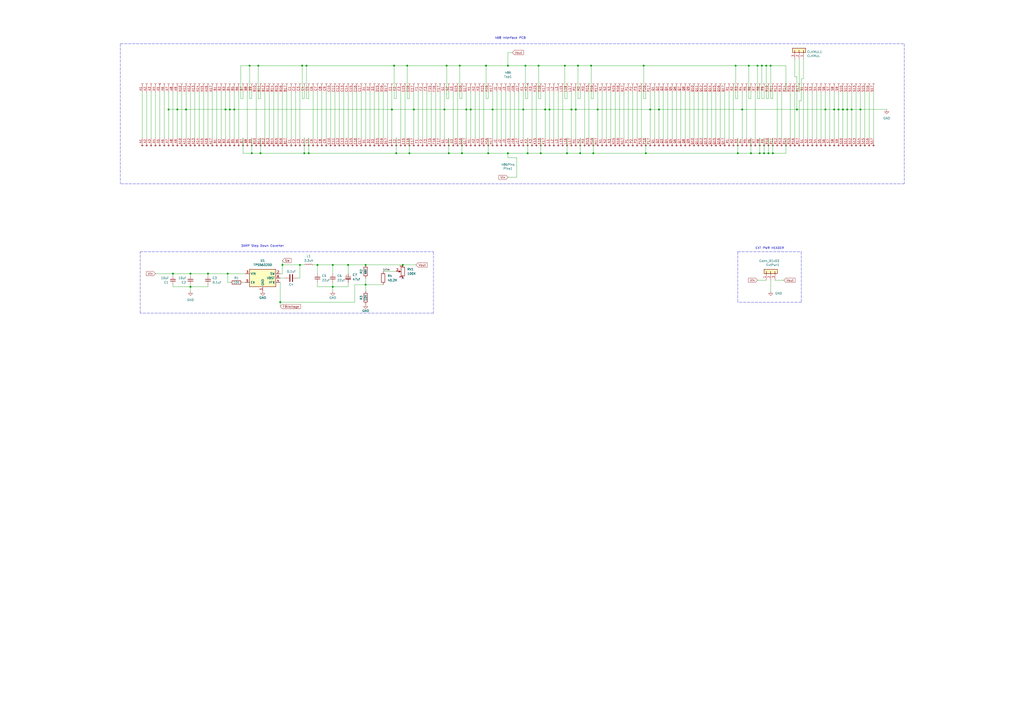
<source format=kicad_sch>
(kicad_sch (version 20211123) (generator eeschema)
  (paper "A2")
  (title_block (title "486SocketBlaster") (date "Jan 8 2023") (rev "0.3") (company "ScrapComputing"))
  (lib_symbols
    (symbol "486SocketBlaster:486Pins" (pin_names (offset 1.016) hide)
      (property "Reference" "J" (at 2.54 215.9 0))
      (property "Value" "486Pins" (at -5.08 1.27 0))
      (symbol "486Pins_1_1"
        (pin passive line (at 5.08 212.09 180) (length 3.81) (name "Pin_1") (number "A1"))
        (pin passive line (at 5.08 189.23 180) (length 3.81) (name "Pin_10") (number "A10"))
        (pin passive line (at 5.08 186.69 180) (length 3.81) (name "Pin_11") (number "A11"))
        (pin passive line (at 5.08 184.15 180) (length 3.81) (name "Pin_12") (number "A12"))
        (pin passive line (at 5.08 181.61 180) (length 3.81) (name "Pin_13") (number "A13"))
        (pin passive line (at 5.08 179.07 180) (length 3.81) (name "Pin_14") (number "A14"))
        (pin passive line (at 5.08 176.53 180) (length 3.81) (name "Pin_15") (number "A15"))
        (pin passive line (at 5.08 173.99 180) (length 3.81) (name "Pin_16") (number "A16"))
        (pin passive line (at 5.08 171.45 180) (length 3.81) (name "Pin_17") (number "A17"))
        (pin passive line (at 5.08 209.55 180) (length 3.81) (name "Pin_2") (number "A2"))
        (pin passive line (at 5.08 207.01 180) (length 3.81) (name "Pin_3") (number "A3"))
        (pin passive line (at 5.08 204.47 180) (length 3.81) (name "Pin_4") (number "A4"))
        (pin passive line (at 5.08 201.93 180) (length 3.81) (name "Pin_5") (number "A5"))
        (pin passive line (at 5.08 199.39 180) (length 3.81) (name "Pin_6") (number "A6"))
        (pin passive line (at 5.08 196.85 180) (length 3.81) (name "Pin_7") (number "A7"))
        (pin passive line (at 5.08 194.31 180) (length 3.81) (name "Pin_8") (number "A8"))
        (pin passive line (at 5.08 191.77 180) (length 3.81) (name "Pin_9") (number "A9"))
        (pin passive line (at 5.08 168.91 180) (length 3.81) (name "Pin_1") (number "B1"))
        (pin passive line (at 5.08 146.05 180) (length 3.81) (name "Pin_10") (number "B10"))
        (pin passive line (at 5.08 143.51 180) (length 3.81) (name "Pin_11") (number "B11"))
        (pin passive line (at 5.08 140.97 180) (length 3.81) (name "Pin_12") (number "B12"))
        (pin passive line (at 5.08 138.43 180) (length 3.81) (name "Pin_13") (number "B13"))
        (pin passive line (at 5.08 135.89 180) (length 3.81) (name "Pin_14") (number "B14"))
        (pin passive line (at 5.08 133.35 180) (length 3.81) (name "Pin_15") (number "B15"))
        (pin passive line (at 5.08 130.81 180) (length 3.81) (name "Pin_16") (number "B16"))
        (pin passive line (at 5.08 128.27 180) (length 3.81) (name "Pin_17") (number "B17"))
        (pin passive line (at 5.08 166.37 180) (length 3.81) (name "Pin_2") (number "B2"))
        (pin passive line (at 5.08 163.83 180) (length 3.81) (name "Pin_3") (number "B3"))
        (pin passive line (at 5.08 161.29 180) (length 3.81) (name "Pin_4") (number "B4"))
        (pin passive line (at 5.08 158.75 180) (length 3.81) (name "Pin_5") (number "B5"))
        (pin passive line (at 5.08 156.21 180) (length 3.81) (name "Pin_6") (number "B6"))
        (pin passive line (at 5.08 153.67 180) (length 3.81) (name "Pin_7") (number "B7"))
        (pin passive line (at 5.08 151.13 180) (length 3.81) (name "Pin_8") (number "B8"))
        (pin passive line (at 5.08 148.59 180) (length 3.81) (name "Pin_9") (number "B9"))
        (pin passive line (at 5.08 125.73 180) (length 3.81) (name "Pin_1") (number "C1"))
        (pin passive line (at 5.08 102.87 180) (length 3.81) (name "Pin_10") (number "C10"))
        (pin passive line (at 5.08 100.33 180) (length 3.81) (name "Pin_11") (number "C11"))
        (pin passive line (at 5.08 97.79 180) (length 3.81) (name "Pin_12") (number "C12"))
        (pin passive line (at 5.08 95.25 180) (length 3.81) (name "Pin_13") (number "C13"))
        (pin passive line (at 5.08 92.71 180) (length 3.81) (name "Pin_14") (number "C14"))
        (pin passive line (at 5.08 90.17 180) (length 3.81) (name "Pin_15") (number "C15"))
        (pin passive line (at 5.08 87.63 180) (length 3.81) (name "Pin_16") (number "C16"))
        (pin passive line (at 5.08 85.09 180) (length 3.81) (name "Pin_17") (number "C17"))
        (pin passive line (at 5.08 123.19 180) (length 3.81) (name "Pin_2") (number "C2"))
        (pin passive line (at 5.08 120.65 180) (length 3.81) (name "Pin_3") (number "C3"))
        (pin passive line (at 5.08 118.11 180) (length 3.81) (name "Pin_4") (number "C4"))
        (pin passive line (at 5.08 115.57 180) (length 3.81) (name "Pin_5") (number "C5"))
        (pin passive line (at 5.08 113.03 180) (length 3.81) (name "Pin_6") (number "C6"))
        (pin passive line (at 5.08 110.49 180) (length 3.81) (name "Pin_7") (number "C7"))
        (pin passive line (at 5.08 107.95 180) (length 3.81) (name "Pin_8") (number "C8"))
        (pin passive line (at 5.08 105.41 180) (length 3.81) (name "Pin_9") (number "C9"))
        (pin passive line (at 5.08 82.55 180) (length 3.81) (name "Pin_1") (number "D1"))
        (pin passive line (at 5.08 74.93 180) (length 3.81) (name "Pin_15") (number "D15"))
        (pin passive line (at 5.08 72.39 180) (length 3.81) (name "Pin_16") (number "D16"))
        (pin passive line (at 5.08 69.85 180) (length 3.81) (name "Pin_17") (number "D17"))
        (pin passive line (at 5.08 80.01 180) (length 3.81) (name "Pin_2") (number "D2"))
        (pin passive line (at 5.08 77.47 180) (length 3.81) (name "Pin_3") (number "D3"))
        (pin passive line (at 5.08 67.31 180) (length 3.81) (name "Pin_1") (number "E1"))
        (pin passive line (at 5.08 59.69 180) (length 3.81) (name "Pin_15") (number "E15"))
        (pin passive line (at 5.08 57.15 180) (length 3.81) (name "Pin_16") (number "E16"))
        (pin passive line (at 5.08 54.61 180) (length 3.81) (name "Pin_17") (number "E17"))
        (pin passive line (at 5.08 64.77 180) (length 3.81) (name "Pin_2") (number "E2"))
        (pin passive line (at 5.08 62.23 180) (length 3.81) (name "Pin_3") (number "E3"))
        (pin passive line (at 5.08 52.07 180) (length 3.81) (name "Pin_1") (number "F1"))
        (pin passive line (at 5.08 44.45 180) (length 3.81) (name "Pin_15") (number "F15"))
        (pin passive line (at 5.08 41.91 180) (length 3.81) (name "Pin_16") (number "F16"))
        (pin passive line (at 5.08 39.37 180) (length 3.81) (name "Pin_17") (number "F17"))
        (pin passive line (at 5.08 49.53 180) (length 3.81) (name "Pin_2") (number "F2"))
        (pin passive line (at 5.08 46.99 180) (length 3.81) (name "Pin_3") (number "F3"))
        (pin passive line (at 5.08 36.83 180) (length 3.81) (name "Pin_1") (number "G1"))
        (pin passive line (at 5.08 29.21 180) (length 3.81) (name "Pin_15") (number "G15"))
        (pin passive line (at 5.08 26.67 180) (length 3.81) (name "Pin_16") (number "G16"))
        (pin passive line (at 5.08 24.13 180) (length 3.81) (name "Pin_17") (number "G17"))
        (pin passive line (at 5.08 34.29 180) (length 3.81) (name "Pin_2") (number "G2"))
        (pin passive line (at 5.08 31.75 180) (length 3.81) (name "Pin_3") (number "G3"))
        (pin passive line (at 5.08 21.59 180) (length 3.81) (name "Pin_1") (number "H1"))
        (pin passive line (at 5.08 13.97 180) (length 3.81) (name "Pin_15") (number "H15"))
        (pin passive line (at 5.08 11.43 180) (length 3.81) (name "Pin_16") (number "H16"))
        (pin passive line (at 5.08 8.89 180) (length 3.81) (name "Pin_17") (number "H17"))
        (pin passive line (at 5.08 19.05 180) (length 3.81) (name "Pin_2") (number "H2"))
        (pin passive line (at 5.08 16.51 180) (length 3.81) (name "Pin_3") (number "H3"))
        (pin passive line (at 5.08 6.35 180) (length 3.81) (name "Pin_1") (number "J1"))
        (pin passive line (at 5.08 -1.27 180) (length 3.81) (name "Pin_15") (number "J15"))
        (pin passive line (at 5.08 -3.81 180) (length 3.81) (name "Pin_16") (number "J16"))
        (pin passive line (at 5.08 -6.35 180) (length 3.81) (name "Pin_17") (number "J17"))
        (pin passive line (at 5.08 3.81 180) (length 3.81) (name "Pin_2") (number "J2"))
        (pin passive line (at 5.08 1.27 180) (length 3.81) (name "Pin_3") (number "J3"))
        (pin passive line (at 5.08 -8.89 180) (length 3.81) (name "Pin_1") (number "K1"))
        (pin passive line (at 5.08 -16.51 180) (length 3.81) (name "Pin_15") (number "K15"))
        (pin passive line (at 5.08 -19.05 180) (length 3.81) (name "Pin_16") (number "K16"))
        (pin passive line (at 5.08 -21.59 180) (length 3.81) (name "Pin_17") (number "K17"))
        (pin passive line (at 5.08 -11.43 180) (length 3.81) (name "Pin_2") (number "K2"))
        (pin passive line (at 5.08 -13.97 180) (length 3.81) (name "Pin_3") (number "K3"))
        (pin passive line (at 5.08 -24.13 180) (length 3.81) (name "Pin_1") (number "L1"))
        (pin passive line (at 5.08 -31.75 180) (length 3.81) (name "Pin_15") (number "L15"))
        (pin passive line (at 5.08 -34.29 180) (length 3.81) (name "Pin_16") (number "L16"))
        (pin passive line (at 5.08 -36.83 180) (length 3.81) (name "Pin_17") (number "L17"))
        (pin passive line (at 5.08 -26.67 180) (length 3.81) (name "Pin_2") (number "L2"))
        (pin passive line (at 5.08 -29.21 180) (length 3.81) (name "Pin_3") (number "L3"))
        (pin passive line (at 5.08 -39.37 180) (length 3.81) (name "Pin_1") (number "M1"))
        (pin passive line (at 5.08 -46.99 180) (length 3.81) (name "Pin_15") (number "M15"))
        (pin passive line (at 5.08 -49.53 180) (length 3.81) (name "Pin_16") (number "M16"))
        (pin passive line (at 5.08 -52.07 180) (length 3.81) (name "Pin_17") (number "M17"))
        (pin passive line (at 5.08 -41.91 180) (length 3.81) (name "Pin_2") (number "M2"))
        (pin passive line (at 5.08 -44.45 180) (length 3.81) (name "Pin_3") (number "M3"))
        (pin passive line (at 5.08 -54.61 180) (length 3.81) (name "Pin_1") (number "N1"))
        (pin passive line (at 5.08 -62.23 180) (length 3.81) (name "Pin_15") (number "N15"))
        (pin passive line (at 5.08 -64.77 180) (length 3.81) (name "Pin_16") (number "N16"))
        (pin passive line (at 5.08 -67.31 180) (length 3.81) (name "Pin_17") (number "N17"))
        (pin passive line (at 5.08 -57.15 180) (length 3.81) (name "Pin_2") (number "N2"))
        (pin passive line (at 5.08 -59.69 180) (length 3.81) (name "Pin_3") (number "N3"))
        (pin passive line (at 5.08 -69.85 180) (length 3.81) (name "Pin_1") (number "P1"))
        (pin passive line (at 5.08 -77.47 180) (length 3.81) (name "Pin_15") (number "P15"))
        (pin passive line (at 5.08 -80.01 180) (length 3.81) (name "Pin_16") (number "P16"))
        (pin passive line (at 5.08 -82.55 180) (length 3.81) (name "Pin_17") (number "P17"))
        (pin passive line (at 5.08 -72.39 180) (length 3.81) (name "Pin_2") (number "P2"))
        (pin passive line (at 5.08 -74.93 180) (length 3.81) (name "Pin_3") (number "P3"))
        (pin passive line (at 5.08 -85.09 180) (length 3.81) (name "Pin_1") (number "Q1"))
        (pin passive line (at 5.08 -107.95 180) (length 3.81) (name "Pin_10") (number "Q10"))
        (pin passive line (at 5.08 -110.49 180) (length 3.81) (name "Pin_11") (number "Q11"))
        (pin passive line (at 5.08 -113.03 180) (length 3.81) (name "Pin_12") (number "Q12"))
        (pin passive line (at 5.08 -115.57 180) (length 3.81) (name "Pin_13") (number "Q13"))
        (pin passive line (at 5.08 -118.11 180) (length 3.81) (name "Pin_14") (number "Q14"))
        (pin passive line (at 5.08 -120.65 180) (length 3.81) (name "Pin_15") (number "Q15"))
        (pin passive line (at 5.08 -123.19 180) (length 3.81) (name "Pin_16") (number "Q16"))
        (pin passive line (at 5.08 -125.73 180) (length 3.81) (name "Pin_17") (number "Q17"))
        (pin passive line (at 5.08 -87.63 180) (length 3.81) (name "Pin_2") (number "Q2"))
        (pin passive line (at 5.08 -90.17 180) (length 3.81) (name "Pin_3") (number "Q3"))
        (pin passive line (at 5.08 -92.71 180) (length 3.81) (name "Pin_4") (number "Q4"))
        (pin passive line (at 5.08 -95.25 180) (length 3.81) (name "Pin_5") (number "Q5"))
        (pin passive line (at 5.08 -97.79 180) (length 3.81) (name "Pin_6") (number "Q6"))
        (pin passive line (at 5.08 -100.33 180) (length 3.81) (name "Pin_7") (number "Q7"))
        (pin passive line (at 5.08 -102.87 180) (length 3.81) (name "Pin_8") (number "Q8"))
        (pin passive line (at 5.08 -105.41 180) (length 3.81) (name "Pin_9") (number "Q9"))
        (pin passive line (at 5.08 -128.27 180) (length 3.81) (name "Pin_1") (number "R1"))
        (pin passive line (at 5.08 -151.13 180) (length 3.81) (name "Pin_10") (number "R10"))
        (pin passive line (at 5.08 -153.67 180) (length 3.81) (name "Pin_11") (number "R11"))
        (pin passive line (at 5.08 -156.21 180) (length 3.81) (name "Pin_12") (number "R12"))
        (pin passive line (at 5.08 -158.75 180) (length 3.81) (name "Pin_13") (number "R13"))
        (pin passive line (at 5.08 -161.29 180) (length 3.81) (name "Pin_14") (number "R14"))
        (pin passive line (at 5.08 -163.83 180) (length 3.81) (name "Pin_15") (number "R15"))
        (pin passive line (at 5.08 -166.37 180) (length 3.81) (name "Pin_16") (number "R16"))
        (pin passive line (at 5.08 -168.91 180) (length 3.81) (name "Pin_17") (number "R17"))
        (pin passive line (at 5.08 -130.81 180) (length 3.81) (name "Pin_2") (number "R2"))
        (pin passive line (at 5.08 -133.35 180) (length 3.81) (name "Pin_3") (number "R3"))
        (pin passive line (at 5.08 -135.89 180) (length 3.81) (name "Pin_4") (number "R4"))
        (pin passive line (at 5.08 -138.43 180) (length 3.81) (name "Pin_5") (number "R5"))
        (pin passive line (at 5.08 -140.97 180) (length 3.81) (name "Pin_6") (number "R6"))
        (pin passive line (at 5.08 -143.51 180) (length 3.81) (name "Pin_7") (number "R7"))
        (pin passive line (at 5.08 -146.05 180) (length 3.81) (name "Pin_8") (number "R8"))
        (pin passive line (at 5.08 -148.59 180) (length 3.81) (name "Pin_9") (number "R9"))
        (pin passive line (at 5.08 -171.45 180) (length 3.81) (name "Pin_1") (number "S1"))
        (pin passive line (at 5.08 -194.31 180) (length 3.81) (name "Pin_10") (number "S10"))
        (pin passive line (at 5.08 -196.85 180) (length 3.81) (name "Pin_11") (number "S11"))
        (pin passive line (at 5.08 -199.39 180) (length 3.81) (name "Pin_12") (number "S12"))
        (pin passive line (at 5.08 -201.93 180) (length 3.81) (name "Pin_13") (number "S13"))
        (pin passive line (at 5.08 -204.47 180) (length 3.81) (name "Pin_14") (number "S14"))
        (pin passive line (at 5.08 -207.01 180) (length 3.81) (name "Pin_15") (number "S15"))
        (pin passive line (at 5.08 -209.55 180) (length 3.81) (name "Pin_16") (number "S16"))
        (pin passive line (at 5.08 -212.09 180) (length 3.81) (name "Pin_17") (number "S17"))
        (pin passive line (at 5.08 -173.99 180) (length 3.81) (name "Pin_2") (number "S2"))
        (pin passive line (at 5.08 -176.53 180) (length 3.81) (name "Pin_3") (number "S3"))
        (pin passive line (at 5.08 -179.07 180) (length 3.81) (name "Pin_4") (number "S4"))
        (pin passive line (at 5.08 -181.61 180) (length 3.81) (name "Pin_5") (number "S5"))
        (pin passive line (at 5.08 -184.15 180) (length 3.81) (name "Pin_6") (number "S6"))
        (pin passive line (at 5.08 -186.69 180) (length 3.81) (name "Pin_7") (number "S7"))
        (pin passive line (at 5.08 -189.23 180) (length 3.81) (name "Pin_8") (number "S8"))
        (pin passive line (at 5.08 -191.77 180) (length 3.81) (name "Pin_9") (number "S9"))
      )
    )
    (symbol "486SocketBlaster:486Socket" (pin_names (offset 1.016) hide)
      (property "Reference" "J" (at 1.27 215.9 0))
      (property "Value" "486Socket" (at -7.62 1.27 0))
      (symbol "486Socket_1_1"
        (pin passive line (at 3.81 212.09 180) (length 3.81) (name "Pin_1") (number "A1"))
        (pin passive line (at 3.81 189.23 180) (length 3.81) (name "Pin_10") (number "A10"))
        (pin passive line (at 3.81 186.69 180) (length 3.81) (name "Pin_11") (number "A11"))
        (pin passive line (at 3.81 184.15 180) (length 3.81) (name "Pin_12") (number "A12"))
        (pin passive line (at 3.81 181.61 180) (length 3.81) (name "Pin_13") (number "A13"))
        (pin passive line (at 3.81 179.07 180) (length 3.81) (name "Pin_14") (number "A14"))
        (pin passive line (at 3.81 176.53 180) (length 3.81) (name "Pin_15") (number "A15"))
        (pin passive line (at 3.81 173.99 180) (length 3.81) (name "Pin_16") (number "A16"))
        (pin passive line (at 3.81 171.45 180) (length 3.81) (name "Pin_17") (number "A17"))
        (pin passive line (at 3.81 209.55 180) (length 3.81) (name "Pin_2") (number "A2"))
        (pin passive line (at 3.81 207.01 180) (length 3.81) (name "Pin_3") (number "A3"))
        (pin passive line (at 3.81 204.47 180) (length 3.81) (name "Pin_4") (number "A4"))
        (pin passive line (at 3.81 201.93 180) (length 3.81) (name "Pin_5") (number "A5"))
        (pin passive line (at 3.81 199.39 180) (length 3.81) (name "Pin_6") (number "A6"))
        (pin passive line (at 3.81 196.85 180) (length 3.81) (name "Pin_7") (number "A7"))
        (pin passive line (at 3.81 194.31 180) (length 3.81) (name "Pin_8") (number "A8"))
        (pin passive line (at 3.81 191.77 180) (length 3.81) (name "Pin_9") (number "A9"))
        (pin passive line (at 3.81 168.91 180) (length 3.81) (name "Pin_1") (number "B1"))
        (pin passive line (at 3.81 146.05 180) (length 3.81) (name "Pin_10") (number "B10"))
        (pin passive line (at 3.81 143.51 180) (length 3.81) (name "Pin_11") (number "B11"))
        (pin passive line (at 3.81 140.97 180) (length 3.81) (name "Pin_12") (number "B12"))
        (pin passive line (at 3.81 138.43 180) (length 3.81) (name "Pin_13") (number "B13"))
        (pin passive line (at 3.81 135.89 180) (length 3.81) (name "Pin_14") (number "B14"))
        (pin passive line (at 3.81 133.35 180) (length 3.81) (name "Pin_15") (number "B15"))
        (pin passive line (at 3.81 130.81 180) (length 3.81) (name "Pin_16") (number "B16"))
        (pin passive line (at 3.81 128.27 180) (length 3.81) (name "Pin_17") (number "B17"))
        (pin passive line (at 3.81 166.37 180) (length 3.81) (name "Pin_2") (number "B2"))
        (pin passive line (at 3.81 163.83 180) (length 3.81) (name "Pin_3") (number "B3"))
        (pin passive line (at 3.81 161.29 180) (length 3.81) (name "Pin_4") (number "B4"))
        (pin passive line (at 3.81 158.75 180) (length 3.81) (name "Pin_5") (number "B5"))
        (pin passive line (at 3.81 156.21 180) (length 3.81) (name "Pin_6") (number "B6"))
        (pin passive line (at 3.81 153.67 180) (length 3.81) (name "Pin_7") (number "B7"))
        (pin passive line (at 3.81 151.13 180) (length 3.81) (name "Pin_8") (number "B8"))
        (pin passive line (at 3.81 148.59 180) (length 3.81) (name "Pin_9") (number "B9"))
        (pin passive line (at 3.81 125.73 180) (length 3.81) (name "Pin_1") (number "C1"))
        (pin passive line (at 3.81 102.87 180) (length 3.81) (name "Pin_10") (number "C10"))
        (pin passive line (at 3.81 100.33 180) (length 3.81) (name "Pin_11") (number "C11"))
        (pin passive line (at 3.81 97.79 180) (length 3.81) (name "Pin_12") (number "C12"))
        (pin passive line (at 3.81 95.25 180) (length 3.81) (name "Pin_13") (number "C13"))
        (pin passive line (at 3.81 92.71 180) (length 3.81) (name "Pin_14") (number "C14"))
        (pin passive line (at 3.81 90.17 180) (length 3.81) (name "Pin_15") (number "C15"))
        (pin passive line (at 3.81 87.63 180) (length 3.81) (name "Pin_16") (number "C16"))
        (pin passive line (at 3.81 85.09 180) (length 3.81) (name "Pin_17") (number "C17"))
        (pin passive line (at 3.81 123.19 180) (length 3.81) (name "Pin_2") (number "C2"))
        (pin passive line (at 3.81 120.65 180) (length 3.81) (name "Pin_3") (number "C3"))
        (pin passive line (at 3.81 118.11 180) (length 3.81) (name "Pin_4") (number "C4"))
        (pin passive line (at 3.81 115.57 180) (length 3.81) (name "Pin_5") (number "C5"))
        (pin passive line (at 3.81 113.03 180) (length 3.81) (name "Pin_6") (number "C6"))
        (pin passive line (at 3.81 110.49 180) (length 3.81) (name "Pin_7") (number "C7"))
        (pin passive line (at 3.81 107.95 180) (length 3.81) (name "Pin_8") (number "C8"))
        (pin passive line (at 3.81 105.41 180) (length 3.81) (name "Pin_9") (number "C9"))
        (pin passive line (at 3.81 82.55 180) (length 3.81) (name "Pin_1") (number "D1"))
        (pin passive line (at 3.81 74.93 180) (length 3.81) (name "Pin_15") (number "D15"))
        (pin passive line (at 3.81 72.39 180) (length 3.81) (name "Pin_16") (number "D16"))
        (pin passive line (at 3.81 69.85 180) (length 3.81) (name "Pin_17") (number "D17"))
        (pin passive line (at 3.81 80.01 180) (length 3.81) (name "Pin_2") (number "D2"))
        (pin passive line (at 3.81 77.47 180) (length 3.81) (name "Pin_3") (number "D3"))
        (pin passive line (at 3.81 67.31 180) (length 3.81) (name "Pin_1") (number "E1"))
        (pin passive line (at 3.81 59.69 180) (length 3.81) (name "Pin_15") (number "E15"))
        (pin passive line (at 3.81 57.15 180) (length 3.81) (name "Pin_16") (number "E16"))
        (pin passive line (at 3.81 54.61 180) (length 3.81) (name "Pin_17") (number "E17"))
        (pin passive line (at 3.81 64.77 180) (length 3.81) (name "Pin_2") (number "E2"))
        (pin passive line (at 3.81 62.23 180) (length 3.81) (name "Pin_3") (number "E3"))
        (pin passive line (at 3.81 52.07 180) (length 3.81) (name "Pin_1") (number "F1"))
        (pin passive line (at 3.81 44.45 180) (length 3.81) (name "Pin_15") (number "F15"))
        (pin passive line (at 3.81 41.91 180) (length 3.81) (name "Pin_16") (number "F16"))
        (pin passive line (at 3.81 39.37 180) (length 3.81) (name "Pin_17") (number "F17"))
        (pin passive line (at 3.81 49.53 180) (length 3.81) (name "Pin_2") (number "F2"))
        (pin passive line (at 3.81 46.99 180) (length 3.81) (name "Pin_3") (number "F3"))
        (pin passive line (at 3.81 36.83 180) (length 3.81) (name "Pin_1") (number "G1"))
        (pin passive line (at 3.81 29.21 180) (length 3.81) (name "Pin_15") (number "G15"))
        (pin passive line (at 3.81 26.67 180) (length 3.81) (name "Pin_16") (number "G16"))
        (pin passive line (at 3.81 24.13 180) (length 3.81) (name "Pin_17") (number "G17"))
        (pin passive line (at 3.81 34.29 180) (length 3.81) (name "Pin_2") (number "G2"))
        (pin passive line (at 3.81 31.75 180) (length 3.81) (name "Pin_3") (number "G3"))
        (pin passive line (at 3.81 21.59 180) (length 3.81) (name "Pin_1") (number "H1"))
        (pin passive line (at 3.81 13.97 180) (length 3.81) (name "Pin_15") (number "H15"))
        (pin passive line (at 3.81 11.43 180) (length 3.81) (name "Pin_16") (number "H16"))
        (pin passive line (at 3.81 8.89 180) (length 3.81) (name "Pin_17") (number "H17"))
        (pin passive line (at 3.81 19.05 180) (length 3.81) (name "Pin_2") (number "H2"))
        (pin passive line (at 3.81 16.51 180) (length 3.81) (name "Pin_3") (number "H3"))
        (pin passive line (at 3.81 6.35 180) (length 3.81) (name "Pin_1") (number "J1"))
        (pin passive line (at 3.81 -1.27 180) (length 3.81) (name "Pin_15") (number "J15"))
        (pin passive line (at 3.81 -3.81 180) (length 3.81) (name "Pin_16") (number "J16"))
        (pin passive line (at 3.81 -6.35 180) (length 3.81) (name "Pin_17") (number "J17"))
        (pin passive line (at 3.81 3.81 180) (length 3.81) (name "Pin_2") (number "J2"))
        (pin passive line (at 3.81 1.27 180) (length 3.81) (name "Pin_3") (number "J3"))
        (pin passive line (at 3.81 -8.89 180) (length 3.81) (name "Pin_1") (number "K1"))
        (pin passive line (at 3.81 -16.51 180) (length 3.81) (name "Pin_15") (number "K15"))
        (pin passive line (at 3.81 -19.05 180) (length 3.81) (name "Pin_16") (number "K16"))
        (pin passive line (at 3.81 -21.59 180) (length 3.81) (name "Pin_17") (number "K17"))
        (pin passive line (at 3.81 -11.43 180) (length 3.81) (name "Pin_2") (number "K2"))
        (pin passive line (at 3.81 -13.97 180) (length 3.81) (name "Pin_3") (number "K3"))
        (pin passive line (at 3.81 -24.13 180) (length 3.81) (name "Pin_1") (number "L1"))
        (pin passive line (at 3.81 -31.75 180) (length 3.81) (name "Pin_15") (number "L15"))
        (pin passive line (at 3.81 -34.29 180) (length 3.81) (name "Pin_16") (number "L16"))
        (pin passive line (at 3.81 -36.83 180) (length 3.81) (name "Pin_17") (number "L17"))
        (pin passive line (at 3.81 -26.67 180) (length 3.81) (name "Pin_2") (number "L2"))
        (pin passive line (at 3.81 -29.21 180) (length 3.81) (name "Pin_3") (number "L3"))
        (pin passive line (at 3.81 -39.37 180) (length 3.81) (name "Pin_1") (number "M1"))
        (pin passive line (at 3.81 -46.99 180) (length 3.81) (name "Pin_15") (number "M15"))
        (pin passive line (at 3.81 -49.53 180) (length 3.81) (name "Pin_16") (number "M16"))
        (pin passive line (at 3.81 -52.07 180) (length 3.81) (name "Pin_17") (number "M17"))
        (pin passive line (at 3.81 -41.91 180) (length 3.81) (name "Pin_2") (number "M2"))
        (pin passive line (at 3.81 -44.45 180) (length 3.81) (name "Pin_3") (number "M3"))
        (pin passive line (at 3.81 -54.61 180) (length 3.81) (name "Pin_1") (number "N1"))
        (pin passive line (at 3.81 -62.23 180) (length 3.81) (name "Pin_15") (number "N15"))
        (pin passive line (at 3.81 -64.77 180) (length 3.81) (name "Pin_16") (number "N16"))
        (pin passive line (at 3.81 -67.31 180) (length 3.81) (name "Pin_17") (number "N17"))
        (pin passive line (at 3.81 -57.15 180) (length 3.81) (name "Pin_2") (number "N2"))
        (pin passive line (at 3.81 -59.69 180) (length 3.81) (name "Pin_3") (number "N3"))
        (pin passive line (at 3.81 -69.85 180) (length 3.81) (name "Pin_1") (number "P1"))
        (pin passive line (at 3.81 -77.47 180) (length 3.81) (name "Pin_15") (number "P15"))
        (pin passive line (at 3.81 -80.01 180) (length 3.81) (name "Pin_16") (number "P16"))
        (pin passive line (at 3.81 -82.55 180) (length 3.81) (name "Pin_17") (number "P17"))
        (pin passive line (at 3.81 -72.39 180) (length 3.81) (name "Pin_2") (number "P2"))
        (pin passive line (at 3.81 -74.93 180) (length 3.81) (name "Pin_3") (number "P3"))
        (pin passive line (at 3.81 -85.09 180) (length 3.81) (name "Pin_1") (number "Q1"))
        (pin passive line (at 3.81 -107.95 180) (length 3.81) (name "Pin_10") (number "Q10"))
        (pin passive line (at 3.81 -110.49 180) (length 3.81) (name "Pin_11") (number "Q11"))
        (pin passive line (at 3.81 -113.03 180) (length 3.81) (name "Pin_12") (number "Q12"))
        (pin passive line (at 3.81 -115.57 180) (length 3.81) (name "Pin_13") (number "Q13"))
        (pin passive line (at 3.81 -118.11 180) (length 3.81) (name "Pin_14") (number "Q14"))
        (pin passive line (at 3.81 -120.65 180) (length 3.81) (name "Pin_15") (number "Q15"))
        (pin passive line (at 3.81 -123.19 180) (length 3.81) (name "Pin_16") (number "Q16"))
        (pin passive line (at 3.81 -125.73 180) (length 3.81) (name "Pin_17") (number "Q17"))
        (pin passive line (at 3.81 -87.63 180) (length 3.81) (name "Pin_2") (number "Q2"))
        (pin passive line (at 3.81 -90.17 180) (length 3.81) (name "Pin_3") (number "Q3"))
        (pin passive line (at 3.81 -92.71 180) (length 3.81) (name "Pin_4") (number "Q4"))
        (pin passive line (at 3.81 -95.25 180) (length 3.81) (name "Pin_5") (number "Q5"))
        (pin passive line (at 3.81 -97.79 180) (length 3.81) (name "Pin_6") (number "Q6"))
        (pin passive line (at 3.81 -100.33 180) (length 3.81) (name "Pin_7") (number "Q7"))
        (pin passive line (at 3.81 -102.87 180) (length 3.81) (name "Pin_8") (number "Q8"))
        (pin passive line (at 3.81 -105.41 180) (length 3.81) (name "Pin_9") (number "Q9"))
        (pin passive line (at 3.81 -128.27 180) (length 3.81) (name "Pin_1") (number "R1"))
        (pin passive line (at 3.81 -151.13 180) (length 3.81) (name "Pin_10") (number "R10"))
        (pin passive line (at 3.81 -153.67 180) (length 3.81) (name "Pin_11") (number "R11"))
        (pin passive line (at 3.81 -156.21 180) (length 3.81) (name "Pin_12") (number "R12"))
        (pin passive line (at 3.81 -158.75 180) (length 3.81) (name "Pin_13") (number "R13"))
        (pin passive line (at 3.81 -161.29 180) (length 3.81) (name "Pin_14") (number "R14"))
        (pin passive line (at 3.81 -163.83 180) (length 3.81) (name "Pin_15") (number "R15"))
        (pin passive line (at 3.81 -166.37 180) (length 3.81) (name "Pin_16") (number "R16"))
        (pin passive line (at 3.81 -168.91 180) (length 3.81) (name "Pin_17") (number "R17"))
        (pin passive line (at 3.81 -130.81 180) (length 3.81) (name "Pin_2") (number "R2"))
        (pin passive line (at 3.81 -133.35 180) (length 3.81) (name "Pin_3") (number "R3"))
        (pin passive line (at 3.81 -135.89 180) (length 3.81) (name "Pin_4") (number "R4"))
        (pin passive line (at 3.81 -138.43 180) (length 3.81) (name "Pin_5") (number "R5"))
        (pin passive line (at 3.81 -140.97 180) (length 3.81) (name "Pin_6") (number "R6"))
        (pin passive line (at 3.81 -143.51 180) (length 3.81) (name "Pin_7") (number "R7"))
        (pin passive line (at 3.81 -146.05 180) (length 3.81) (name "Pin_8") (number "R8"))
        (pin passive line (at 3.81 -148.59 180) (length 3.81) (name "Pin_9") (number "R9"))
        (pin passive line (at 3.81 -171.45 180) (length 3.81) (name "Pin_1") (number "S1"))
        (pin passive line (at 3.81 -194.31 180) (length 3.81) (name "Pin_10") (number "S10"))
        (pin passive line (at 3.81 -196.85 180) (length 3.81) (name "Pin_11") (number "S11"))
        (pin passive line (at 3.81 -199.39 180) (length 3.81) (name "Pin_12") (number "S12"))
        (pin passive line (at 3.81 -201.93 180) (length 3.81) (name "Pin_13") (number "S13"))
        (pin passive line (at 3.81 -204.47 180) (length 3.81) (name "Pin_14") (number "S14"))
        (pin passive line (at 3.81 -207.01 180) (length 3.81) (name "Pin_15") (number "S15"))
        (pin passive line (at 3.81 -209.55 180) (length 3.81) (name "Pin_16") (number "S16"))
        (pin passive line (at 3.81 -212.09 180) (length 3.81) (name "Pin_17") (number "S17"))
        (pin passive line (at 3.81 -173.99 180) (length 3.81) (name "Pin_2") (number "S2"))
        (pin passive line (at 3.81 -176.53 180) (length 3.81) (name "Pin_3") (number "S3"))
        (pin passive line (at 3.81 -179.07 180) (length 3.81) (name "Pin_4") (number "S4"))
        (pin passive line (at 3.81 -181.61 180) (length 3.81) (name "Pin_5") (number "S5"))
        (pin passive line (at 3.81 -184.15 180) (length 3.81) (name "Pin_6") (number "S6"))
        (pin passive line (at 3.81 -186.69 180) (length 3.81) (name "Pin_7") (number "S7"))
        (pin passive line (at 3.81 -189.23 180) (length 3.81) (name "Pin_8") (number "S8"))
        (pin passive line (at 3.81 -191.77 180) (length 3.81) (name "Pin_9") (number "S9"))
      )
    )
    (symbol "Connector_Generic:Conn_01x03" (pin_names (offset 1.016) hide)
      (property "Reference" "J" (at 0 5.08 0))
      (property "Value" "Conn_01x03" (at 0 -5.08 0))
      (symbol "Conn_01x03_1_1"
        (pin passive line (at -5.08 2.54 0) (length 3.81) (name "Pin_1") (number "1"))
        (pin passive line (at -5.08 0 0) (length 3.81) (name "Pin_2") (number "2"))
        (pin passive line (at -5.08 -2.54 0) (length 3.81) (name "Pin_3") (number "3"))
      )
    )
    (symbol "Device:C" (pin_numbers hide) (pin_names (offset 0.254))
      (property "Reference" "C" (at 0.635 2.54 0))
      (property "Value" "C" (at 0.635 -2.54 0))
      (symbol "C_1_1"
        (pin passive line (at 0 3.81 270) (length 2.794) (name "~") (number "1"))
        (pin passive line (at 0 -3.81 90) (length 2.794) (name "~") (number "2"))
      )
    )
    (symbol "Device:C_Polarized_Small" (pin_numbers hide) (pin_names (offset 0.254) hide)
      (property "Reference" "C" (at 0.254 1.778 0))
      (property "Value" "C_Polarized_Small" (at 0.254 -2.032 0))
      (symbol "C_Polarized_Small_1_1"
        (pin passive line (at 0 2.54 270) (length 1.8542) (name "~") (number "1"))
        (pin passive line (at 0 -2.54 90) (length 1.8542) (name "~") (number "2"))
      )
    )
    (symbol "Device:C_Small" (pin_numbers hide) (pin_names (offset 0.254) hide)
      (property "Reference" "C" (at 0.254 1.778 0))
      (property "Value" "C_Small" (at 0.254 -2.032 0))
      (symbol "C_Small_1_1"
        (pin passive line (at 0 2.54 270) (length 2.032) (name "~") (number "1"))
        (pin passive line (at 0 -2.54 90) (length 2.032) (name "~") (number "2"))
      )
    )
    (symbol "Device:L_Small" (pin_numbers hide) (pin_names (offset 0.254) hide)
      (property "Reference" "L" (at 0.762 1.016 0))
      (property "Value" "L_Small" (at 0.762 -1.016 0))
      (symbol "L_Small_1_1"
        (pin passive line (at 0 2.54 270) (length 0.508) (name "~") (number "1"))
        (pin passive line (at 0 -2.54 90) (length 0.508) (name "~") (number "2"))
      )
    )
    (symbol "Device:R" (pin_numbers hide) (pin_names (offset 0))
      (property "Reference" "R" (at 2.032 0 90))
      (property "Value" "R" (at 0 0 90))
      (symbol "R_1_1"
        (pin passive line (at 0 3.81 270) (length 1.27) (name "~") (number "1"))
        (pin passive line (at 0 -3.81 90) (length 1.27) (name "~") (number "2"))
      )
    )
    (symbol "Device:R_Potentiometer" (pin_names (offset 1.016) hide)
      (property "Reference" "RV" (at -4.445 0 90))
      (property "Value" "R_Potentiometer" (at -2.54 0 90))
      (symbol "R_Potentiometer_1_1"
        (pin passive line (at 0 3.81 270) (length 1.27) (name "1") (number "1"))
        (pin passive line (at 3.81 0 180) (length 1.27) (name "2") (number "2"))
        (pin passive line (at 0 -3.81 90) (length 1.27) (name "3") (number "3"))
      )
    )
    (symbol "Regulator_Switching:TPS563200"
      (property "Reference" "U" (at -7.62 6.35 0))
      (property "Value" "TPS563200" (at -2.54 6.35 0))
      (symbol "TPS563200_1_1"
        (pin power_in line (at 0 -7.62 90) (length 2.54) (name "GND") (number "1"))
        (pin output line (at 10.16 2.54 180) (length 2.54) (name "SW") (number "2"))
        (pin power_in line (at -10.16 2.54 0) (length 2.54) (name "VIN") (number "3"))
        (pin input line (at 10.16 -2.54 180) (length 2.54) (name "VFB") (number "4"))
        (pin input line (at -10.16 -2.54 0) (length 2.54) (name "EN") (number "5"))
        (pin passive line (at 10.16 0 180) (length 2.54) (name "VBST") (number "6"))
      )
    )
    (symbol "power:GND" (power) (pin_names (offset 0))
      (property "Value" "GND" (at 0 -3.81 0))
      (symbol "GND_1_1"
        (pin power_in line (at 0 0 270) (length 0) hide (name "GND") (number "1"))
      )
    )
  )
  (junction (at 135.89 63.5))
  (junction (at 427.99 88.9))
  (junction (at 444.5 38.1))
  (junction (at 266.7 38.1))
  (junction (at 130.81 63.5))
  (junction (at 488.95 63.5))
  (junction (at 285.75 63.5))
  (junction (at 312.42 38.1))
  (junction (at 344.17 88.9))
  (junction (at 443.23 88.9))
  (junction (at 328.93 88.9))
  (junction (at 313.69 88.9))
  (junction (at 306.07 88.9))
  (junction (at 331.47 63.5))
  (junction (at 377.19 63.5))
  (junction (at 486.41 63.5))
  (junction (at 227.33 63.5))
  (junction (at 151.13 88.9))
  (junction (at 318.77 63.5))
  (junction (at 162.56 175.26))
  (junction (at 483.87 63.5))
  (junction (at 267.97 88.9))
  (junction (at 283.21 88.9))
  (junction (at 110.49 158.75))
  (junction (at 294.64 88.9))
  (junction (at 435.61 88.9))
  (junction (at 237.49 88.9))
  (junction (at 228.6 38.1))
  (junction (at 212.09 153.67))
  (junction (at 491.49 63.5))
  (junction (at 184.15 153.67))
  (junction (at 447.04 38.1))
  (junction (at 439.42 38.1))
  (junction (at 445.77 88.9))
  (junction (at 430.53 63.5))
  (junction (at 176.53 88.9))
  (junction (at 149.86 38.1))
  (junction (at 173.99 153.67))
  (junction (at 110.49 166.37))
  (junction (at 434.34 38.1))
  (junction (at 335.28 38.1))
  (junction (at 441.96 38.1))
  (junction (at 334.01 63.5))
  (junction (at 177.8 38.1))
  (junction (at 236.22 38.1))
  (junction (at 163.83 153.67))
  (junction (at 120.65 158.75))
  (junction (at 257.81 63.5))
  (junction (at 440.69 88.9))
  (junction (at 426.72 38.1))
  (junction (at 133.35 63.5))
  (junction (at 102.87 63.5))
  (junction (at 212.09 165.1))
  (junction (at 374.65 88.9))
  (junction (at 273.05 63.5))
  (junction (at 462.28 63.5))
  (junction (at 327.66 38.1))
  (junction (at 303.53 63.5))
  (junction (at 499.11 63.5))
  (junction (at 270.51 63.5))
  (junction (at 304.8 38.1))
  (junction (at 260.35 88.9))
  (junction (at 175.26 38.1))
  (junction (at 144.78 38.1))
  (junction (at 342.9 38.1))
  (junction (at 336.55 88.9))
  (junction (at 233.68 153.67))
  (junction (at 448.31 88.9))
  (junction (at 382.27 63.5))
  (junction (at 179.07 88.9))
  (junction (at 107.95 63.5))
  (junction (at 193.04 166.37))
  (junction (at 132.08 158.75))
  (junction (at 373.38 38.1))
  (junction (at 240.03 63.5))
  (junction (at 494.03 63.5))
  (junction (at 193.04 153.67))
  (junction (at 316.23 63.5))
  (junction (at 346.71 63.5))
  (junction (at 229.87 88.9))
  (junction (at 100.33 158.75))
  (junction (at 259.08 38.1))
  (junction (at 294.64 38.1))
  (junction (at 146.05 88.9))
  (junction (at 201.93 153.67))
  (junction (at 478.79 63.5))
  (junction (at 97.79 63.5))
  (junction (at 281.94 38.1))
  (no_connect (at 233.68 161.29))
  (wire (pts (xy 430.53 63.5) (xy 430.53 53.34)))
  (wire (pts (xy 483.87 63.5) (xy 486.41 63.5)))
  (wire (pts (xy 316.23 63.5) (xy 316.23 80.01)))
  (wire (pts (xy 184.15 153.67) (xy 184.15 158.75)))
  (wire (pts (xy 434.34 57.15) (xy 435.61 57.15)))
  (wire (pts (xy 382.27 63.5) (xy 382.27 53.34)))
  (wire (pts (xy 102.87 80.01) (xy 102.87 63.5)))
  (wire (pts (xy 351.79 53.34) (xy 351.79 80.01)))
  (wire (pts (xy 151.13 80.01) (xy 151.13 88.9)))
  (wire (pts (xy 367.03 53.34) (xy 367.03 80.01)))
  (wire (pts (xy 110.49 53.34) (xy 110.49 80.01)))
  (wire (pts (xy 260.35 88.9) (xy 267.97 88.9)))
  (wire (pts (xy 443.23 80.01) (xy 443.23 88.9)))
  (wire (pts (xy 427.99 57.15) (xy 427.99 53.34)))
  (wire (pts (xy 486.41 80.01) (xy 486.41 63.5)))
  (wire (pts (xy 488.95 63.5) (xy 488.95 80.01)))
  (wire (pts (xy 135.89 63.5) (xy 227.33 63.5)))
  (polyline (pts (xy 69.85 25.4) (xy 524.51 25.4)))
  (wire (pts (xy 139.7 57.15) (xy 140.97 57.15)))
  (wire (pts (xy 173.99 53.34) (xy 173.99 80.01)))
  (wire (pts (xy 130.81 63.5) (xy 133.35 63.5)))
  (wire (pts (xy 125.73 80.01) (xy 125.73 53.34)))
  (wire (pts (xy 373.38 38.1) (xy 426.72 38.1)))
  (wire (pts (xy 242.57 53.34) (xy 242.57 80.01)))
  (wire (pts (xy 90.17 80.01) (xy 90.17 53.34)))
  (wire (pts (xy 334.01 63.5) (xy 334.01 53.34)))
  (wire (pts (xy 466.09 34.29) (xy 466.09 45.72)))
  (wire (pts (xy 462.28 63.5) (xy 478.79 63.5)))
  (wire (pts (xy 281.94 57.15) (xy 283.21 57.15)))
  (wire (pts (xy 412.75 53.34) (xy 412.75 80.01)))
  (wire (pts (xy 177.8 57.15) (xy 177.8 38.1)))
  (wire (pts (xy 199.39 53.34) (xy 199.39 80.01)))
  (wire (pts (xy 162.56 175.26) (xy 162.56 177.8)))
  (wire (pts (xy 499.11 63.5) (xy 514.35 63.5)))
  (wire (pts (xy 304.8 38.1) (xy 312.42 38.1)))
  (wire (pts (xy 334.01 63.5) (xy 346.71 63.5)))
  (wire (pts (xy 234.95 53.34) (xy 234.95 80.01)))
  (wire (pts (xy 321.31 53.34) (xy 321.31 80.01)))
  (wire (pts (xy 186.69 80.01) (xy 186.69 53.34)))
  (wire (pts (xy 161.29 80.01) (xy 161.29 53.34)))
  (wire (pts (xy 110.49 166.37) (xy 120.65 166.37)))
  (wire (pts (xy 344.17 80.01) (xy 344.17 88.9)))
  (wire (pts (xy 394.97 80.01) (xy 394.97 53.34)))
  (wire (pts (xy 336.55 88.9) (xy 344.17 88.9)))
  (wire (pts (xy 113.03 80.01) (xy 113.03 53.34)))
  (wire (pts (xy 306.07 80.01) (xy 306.07 88.9)))
  (wire (pts (xy 189.23 53.34) (xy 189.23 80.01)))
  (wire (pts (xy 400.05 80.01) (xy 400.05 53.34)))
  (wire (pts (xy 135.89 63.5) (xy 135.89 80.01)))
  (wire (pts (xy 427.99 88.9) (xy 435.61 88.9)))
  (wire (pts (xy 212.09 168.91) (xy 212.09 165.1)))
  (wire (pts (xy 270.51 63.5) (xy 270.51 53.34)))
  (wire (pts (xy 504.19 80.01) (xy 504.19 53.34)))
  (wire (pts (xy 374.65 57.15) (xy 374.65 53.34)))
  (wire (pts (xy 397.51 53.34) (xy 397.51 80.01)))
  (wire (pts (xy 110.49 158.75) (xy 110.49 160.02)))
  (wire (pts (xy 107.95 63.5) (xy 130.81 63.5)))
  (wire (pts (xy 461.01 44.45) (xy 462.28 44.45)))
  (wire (pts (xy 435.61 88.9) (xy 440.69 88.9)))
  (wire (pts (xy 359.41 80.01) (xy 359.41 53.34)))
  (wire (pts (xy 435.61 80.01) (xy 435.61 88.9)))
  (wire (pts (xy 339.09 53.34) (xy 339.09 80.01)))
  (wire (pts (xy 478.79 63.5) (xy 478.79 80.01)))
  (wire (pts (xy 430.53 63.5) (xy 430.53 80.01)))
  (wire (pts (xy 294.64 88.9) (xy 294.64 91.44)))
  (wire (pts (xy 100.33 80.01) (xy 100.33 53.34)))
  (wire (pts (xy 331.47 63.5) (xy 331.47 80.01)))
  (wire (pts (xy 295.91 53.34) (xy 295.91 80.01)))
  (wire (pts (xy 285.75 53.34) (xy 285.75 63.5)))
  (wire (pts (xy 303.53 63.5) (xy 316.23 63.5)))
  (wire (pts (xy 444.5 57.15) (xy 445.77 57.15)))
  (wire (pts (xy 262.89 80.01) (xy 262.89 53.34)))
  (wire (pts (xy 201.93 153.67) (xy 201.93 158.75)))
  (wire (pts (xy 273.05 53.34) (xy 273.05 63.5)))
  (wire (pts (xy 294.64 30.48) (xy 294.64 38.1)))
  (wire (pts (xy 462.28 44.45) (xy 462.28 63.5)))
  (wire (pts (xy 506.73 53.34) (xy 506.73 80.01)))
  (wire (pts (xy 163.83 151.13) (xy 163.83 153.67)))
  (wire (pts (xy 229.87 57.15) (xy 229.87 53.34)))
  (wire (pts (xy 312.42 38.1) (xy 312.42 57.15)))
  (wire (pts (xy 430.53 63.5) (xy 462.28 63.5)))
  (wire (pts (xy 389.89 53.34) (xy 389.89 80.01)))
  (wire (pts (xy 162.56 158.75) (xy 163.83 158.75)))
  (wire (pts (xy 97.79 53.34) (xy 97.79 63.5)))
  (wire (pts (xy 140.97 57.15) (xy 140.97 53.34)))
  (wire (pts (xy 266.7 57.15) (xy 267.97 57.15)))
  (wire (pts (xy 405.13 53.34) (xy 405.13 80.01)))
  (wire (pts (xy 212.09 165.1) (xy 205.74 165.1)))
  (wire (pts (xy 193.04 166.37) (xy 201.93 166.37)))
  (wire (pts (xy 483.87 63.5) (xy 483.87 53.34)))
  (wire (pts (xy 173.99 153.67) (xy 173.99 161.29)))
  (wire (pts (xy 163.83 153.67) (xy 173.99 153.67)))
  (wire (pts (xy 128.27 53.34) (xy 128.27 80.01)))
  (wire (pts (xy 181.61 80.01) (xy 181.61 53.34)))
  (wire (pts (xy 250.19 80.01) (xy 250.19 53.34)))
  (wire (pts (xy 162.56 163.83) (xy 162.56 175.26)))
  (wire (pts (xy 448.31 80.01) (xy 448.31 88.9)))
  (wire (pts (xy 377.19 63.5) (xy 382.27 63.5)))
  (wire (pts (xy 335.28 57.15) (xy 335.28 38.1)))
  (polyline (pts (xy 251.46 181.61) (xy 81.28 181.61)))
  (wire (pts (xy 426.72 57.15) (xy 427.99 57.15)))
  (wire (pts (xy 140.97 88.9) (xy 146.05 88.9)))
  (wire (pts (xy 97.79 63.5) (xy 97.79 80.01)))
  (wire (pts (xy 283.21 57.15) (xy 283.21 53.34)))
  (wire (pts (xy 212.09 153.67) (xy 233.68 153.67)))
  (wire (pts (xy 133.35 63.5) (xy 133.35 53.34)))
  (wire (pts (xy 193.04 153.67) (xy 193.04 158.75)))
  (wire (pts (xy 461.01 34.29) (xy 461.01 44.45)))
  (wire (pts (xy 488.95 63.5) (xy 488.95 53.34)))
  (wire (pts (xy 267.97 88.9) (xy 283.21 88.9)))
  (wire (pts (xy 175.26 38.1) (xy 175.26 57.15)))
  (wire (pts (xy 344.17 57.15) (xy 344.17 53.34)))
  (wire (pts (xy 298.45 80.01) (xy 298.45 53.34)))
  (wire (pts (xy 100.33 158.75) (xy 110.49 158.75)))
  (wire (pts (xy 290.83 53.34) (xy 290.83 80.01)))
  (wire (pts (xy 377.19 63.5) (xy 377.19 80.01)))
  (wire (pts (xy 281.94 38.1) (xy 281.94 57.15)))
  (wire (pts (xy 270.51 63.5) (xy 273.05 63.5)))
  (wire (pts (xy 463.55 58.42) (xy 464.82 58.42)))
  (wire (pts (xy 257.81 63.5) (xy 270.51 63.5)))
  (wire (pts (xy 331.47 63.5) (xy 334.01 63.5)))
  (wire (pts (xy 379.73 53.34) (xy 379.73 80.01)))
  (wire (pts (xy 118.11 53.34) (xy 118.11 80.01)))
  (polyline (pts (xy 427.99 146.05) (xy 464.82 146.05)))
  (wire (pts (xy 434.34 38.1) (xy 439.42 38.1)))
  (wire (pts (xy 283.21 88.9) (xy 294.64 88.9)))
  (wire (pts (xy 433.07 53.34) (xy 433.07 80.01)))
  (wire (pts (xy 229.87 88.9) (xy 237.49 88.9)))
  (wire (pts (xy 463.55 34.29) (xy 463.55 53.34)))
  (wire (pts (xy 496.57 53.34) (xy 496.57 80.01)))
  (wire (pts (xy 318.77 80.01) (xy 318.77 63.5)))
  (wire (pts (xy 146.05 57.15) (xy 146.05 53.34)))
  (wire (pts (xy 148.59 53.34) (xy 148.59 80.01)))
  (wire (pts (xy 138.43 80.01) (xy 138.43 53.34)))
  (wire (pts (xy 303.53 63.5) (xy 303.53 53.34)))
  (wire (pts (xy 426.72 38.1) (xy 434.34 38.1)))
  (wire (pts (xy 163.83 53.34) (xy 163.83 80.01)))
  (wire (pts (xy 440.69 88.9) (xy 443.23 88.9)))
  (wire (pts (xy 346.71 53.34) (xy 346.71 63.5)))
  (wire (pts (xy 120.65 158.75) (xy 120.65 160.02)))
  (wire (pts (xy 133.35 80.01) (xy 133.35 63.5)))
  (wire (pts (xy 207.01 80.01) (xy 207.01 53.34)))
  (wire (pts (xy 149.86 57.15) (xy 151.13 57.15)))
  (wire (pts (xy 488.95 63.5) (xy 491.49 63.5)))
  (wire (pts (xy 110.49 165.1) (xy 110.49 166.37)))
  (wire (pts (xy 132.08 158.75) (xy 142.24 158.75)))
  (wire (pts (xy 120.65 80.01) (xy 120.65 53.34)))
  (wire (pts (xy 440.69 80.01) (xy 440.69 88.9)))
  (wire (pts (xy 191.77 80.01) (xy 191.77 53.34)))
  (wire (pts (xy 179.07 88.9) (xy 229.87 88.9)))
  (wire (pts (xy 443.23 88.9) (xy 445.77 88.9)))
  (wire (pts (xy 228.6 38.1) (xy 236.22 38.1)))
  (wire (pts (xy 461.01 53.34) (xy 461.01 80.01)))
  (wire (pts (xy 313.69 80.01) (xy 313.69 88.9)))
  (wire (pts (xy 361.95 53.34) (xy 361.95 80.01)))
  (wire (pts (xy 176.53 57.15) (xy 176.53 53.34)))
  (wire (pts (xy 257.81 53.34) (xy 257.81 63.5)))
  (wire (pts (xy 299.72 102.87) (xy 294.64 102.87)))
  (wire (pts (xy 228.6 57.15) (xy 228.6 38.1)))
  (wire (pts (xy 288.29 53.34) (xy 288.29 80.01)))
  (wire (pts (xy 311.15 80.01) (xy 311.15 53.34)))
  (wire (pts (xy 491.49 63.5) (xy 494.03 63.5)))
  (polyline (pts (xy 464.82 146.05) (xy 464.82 175.26)))
  (wire (pts (xy 297.18 30.48) (xy 294.64 30.48)))
  (wire (pts (xy 328.93 57.15) (xy 328.93 53.34)))
  (wire (pts (xy 149.86 57.15) (xy 149.86 38.1)))
  (wire (pts (xy 240.03 63.5) (xy 240.03 53.34)))
  (wire (pts (xy 247.65 53.34) (xy 247.65 80.01)))
  (wire (pts (xy 133.35 163.83) (xy 132.08 163.83)))
  (wire (pts (xy 382.27 63.5) (xy 430.53 63.5)))
  (wire (pts (xy 312.42 38.1) (xy 327.66 38.1)))
  (wire (pts (xy 464.82 58.42) (xy 464.82 45.72)))
  (wire (pts (xy 92.71 53.34) (xy 92.71 80.01)))
  (wire (pts (xy 344.17 88.9) (xy 374.65 88.9)))
  (wire (pts (xy 499.11 63.5) (xy 499.11 53.34)))
  (wire (pts (xy 227.33 63.5) (xy 227.33 80.01)))
  (wire (pts (xy 255.27 80.01) (xy 255.27 53.34)))
  (wire (pts (xy 184.15 53.34) (xy 184.15 80.01)))
  (wire (pts (xy 146.05 88.9) (xy 151.13 88.9)))
  (wire (pts (xy 240.03 80.01) (xy 240.03 63.5)))
  (wire (pts (xy 237.49 88.9) (xy 260.35 88.9)))
  (wire (pts (xy 176.53 88.9) (xy 179.07 88.9)))
  (wire (pts (xy 236.22 57.15) (xy 236.22 38.1)))
  (wire (pts (xy 95.25 80.01) (xy 95.25 53.34)))
  (wire (pts (xy 491.49 53.34) (xy 491.49 63.5)))
  (wire (pts (xy 445.77 57.15) (xy 445.77 53.34)))
  (wire (pts (xy 294.64 88.9) (xy 306.07 88.9)))
  (wire (pts (xy 449.58 162.56) (xy 454.66 162.56)))
  (wire (pts (xy 237.49 80.01) (xy 237.49 88.9)))
  (wire (pts (xy 278.13 53.34) (xy 278.13 80.01)))
  (wire (pts (xy 156.21 53.34) (xy 156.21 80.01)))
  (wire (pts (xy 90.17 158.75) (xy 100.33 158.75)))
  (wire (pts (xy 501.65 53.34) (xy 501.65 80.01)))
  (wire (pts (xy 313.69 88.9) (xy 328.93 88.9)))
  (wire (pts (xy 179.07 57.15) (xy 179.07 53.34)))
  (wire (pts (xy 440.69 57.15) (xy 440.69 53.34)))
  (wire (pts (xy 85.09 53.34) (xy 85.09 80.01)))
  (wire (pts (xy 196.85 80.01) (xy 196.85 53.34)))
  (wire (pts (xy 450.85 53.34) (xy 450.85 80.01)))
  (wire (pts (xy 402.59 80.01) (xy 402.59 53.34)))
  (wire (pts (xy 327.66 57.15) (xy 328.93 57.15)))
  (wire (pts (xy 476.25 80.01) (xy 476.25 53.34)))
  (wire (pts (xy 222.25 157.48) (xy 229.87 157.48)))
  (wire (pts (xy 427.99 80.01) (xy 427.99 88.9)))
  (wire (pts (xy 369.57 80.01) (xy 369.57 53.34)))
  (wire (pts (xy 327.66 38.1) (xy 335.28 38.1)))
  (wire (pts (xy 144.78 57.15) (xy 144.78 38.1)))
  (wire (pts (xy 326.39 53.34) (xy 326.39 80.01)))
  (wire (pts (xy 382.27 63.5) (xy 382.27 80.01)))
  (wire (pts (xy 331.47 53.34) (xy 331.47 63.5)))
  (wire (pts (xy 173.99 161.29) (xy 172.72 161.29)))
  (wire (pts (xy 364.49 53.34) (xy 364.49 80.01)))
  (wire (pts (xy 193.04 153.67) (xy 201.93 153.67)))
  (wire (pts (xy 455.93 80.01) (xy 455.93 88.9)))
  (polyline (pts (xy 524.51 25.4) (xy 524.51 106.68)))
  (wire (pts (xy 478.79 63.5) (xy 483.87 63.5)))
  (wire (pts (xy 201.93 80.01) (xy 201.93 53.34)))
  (wire (pts (xy 341.63 80.01) (xy 341.63 53.34)))
  (wire (pts (xy 443.23 57.15) (xy 443.23 53.34)))
  (wire (pts (xy 257.81 63.5) (xy 257.81 80.01)))
  (wire (pts (xy 426.72 57.15) (xy 426.72 38.1)))
  (wire (pts (xy 373.38 57.15) (xy 374.65 57.15)))
  (wire (pts (xy 266.7 38.1) (xy 266.7 57.15)))
  (wire (pts (xy 265.43 53.34) (xy 265.43 80.01)))
  (wire (pts (xy 444.5 38.1) (xy 447.04 38.1)))
  (wire (pts (xy 110.49 158.75) (xy 120.65 158.75)))
  (wire (pts (xy 312.42 57.15) (xy 313.69 57.15)))
  (wire (pts (xy 281.94 38.1) (xy 294.64 38.1)))
  (wire (pts (xy 316.23 63.5) (xy 318.77 63.5)))
  (wire (pts (xy 417.83 53.34) (xy 417.83 80.01)))
  (wire (pts (xy 410.21 80.01) (xy 410.21 53.34)))
  (polyline (pts (xy 81.28 146.05) (xy 251.46 146.05)))
  (wire (pts (xy 387.35 80.01) (xy 387.35 53.34)))
  (wire (pts (xy 499.11 63.5) (xy 499.11 80.01)))
  (wire (pts (xy 151.13 88.9) (xy 176.53 88.9)))
  (wire (pts (xy 447.04 57.15) (xy 448.31 57.15)))
  (wire (pts (xy 214.63 80.01) (xy 214.63 53.34)))
  (wire (pts (xy 356.87 53.34) (xy 356.87 80.01)))
  (wire (pts (xy 102.87 53.34) (xy 102.87 63.5)))
  (wire (pts (xy 285.75 63.5) (xy 303.53 63.5)))
  (wire (pts (xy 483.87 63.5) (xy 483.87 80.01)))
  (wire (pts (xy 205.74 165.1) (xy 205.74 175.26)))
  (wire (pts (xy 275.59 80.01) (xy 275.59 53.34)))
  (wire (pts (xy 441.96 38.1) (xy 444.5 38.1)))
  (wire (pts (xy 217.17 53.34) (xy 217.17 80.01)))
  (wire (pts (xy 273.05 63.5) (xy 273.05 80.01)))
  (wire (pts (xy 447.04 38.1) (xy 455.93 38.1)))
  (wire (pts (xy 464.82 45.72) (xy 466.09 45.72)))
  (wire (pts (xy 300.99 53.34) (xy 300.99 80.01)))
  (wire (pts (xy 303.53 63.5) (xy 303.53 80.01)))
  (wire (pts (xy 373.38 57.15) (xy 373.38 38.1)))
  (wire (pts (xy 334.01 80.01) (xy 334.01 63.5)))
  (wire (pts (xy 232.41 80.01) (xy 232.41 53.34)))
  (wire (pts (xy 259.08 38.1) (xy 259.08 57.15)))
  (wire (pts (xy 374.65 80.01) (xy 374.65 88.9)))
  (wire (pts (xy 377.19 63.5) (xy 377.19 53.34)))
  (wire (pts (xy 444.5 38.1) (xy 444.5 57.15)))
  (wire (pts (xy 194.31 53.34) (xy 194.31 80.01)))
  (wire (pts (xy 105.41 53.34) (xy 105.41 80.01)))
  (wire (pts (xy 219.71 80.01) (xy 219.71 53.34)))
  (wire (pts (xy 227.33 63.5) (xy 240.03 63.5)))
  (wire (pts (xy 445.77 88.9) (xy 448.31 88.9)))
  (wire (pts (xy 260.35 80.01) (xy 260.35 88.9)))
  (wire (pts (xy 491.49 80.01) (xy 491.49 63.5)))
  (wire (pts (xy 438.15 80.01) (xy 438.15 53.34)))
  (wire (pts (xy 415.29 80.01) (xy 415.29 53.34)))
  (polyline (pts (xy 69.85 25.4) (xy 69.85 106.68)))
  (wire (pts (xy 120.65 166.37) (xy 120.65 165.1)))
  (wire (pts (xy 175.26 57.15) (xy 176.53 57.15)))
  (wire (pts (xy 273.05 63.5) (xy 285.75 63.5)))
  (wire (pts (xy 135.89 53.34) (xy 135.89 63.5)))
  (wire (pts (xy 123.19 53.34) (xy 123.19 80.01)))
  (wire (pts (xy 229.87 80.01) (xy 229.87 88.9)))
  (wire (pts (xy 227.33 53.34) (xy 227.33 63.5)))
  (wire (pts (xy 163.83 158.75) (xy 163.83 153.67)))
  (wire (pts (xy 212.09 165.1) (xy 212.09 161.29)))
  (wire (pts (xy 306.07 88.9) (xy 313.69 88.9)))
  (wire (pts (xy 304.8 57.15) (xy 306.07 57.15)))
  (wire (pts (xy 374.65 88.9) (xy 427.99 88.9)))
  (wire (pts (xy 267.97 57.15) (xy 267.97 53.34)))
  (wire (pts (xy 110.49 166.37) (xy 110.49 168.91)))
  (wire (pts (xy 139.7 57.15) (xy 139.7 38.1)))
  (wire (pts (xy 328.93 80.01) (xy 328.93 88.9)))
  (wire (pts (xy 447.04 162.56) (xy 447.04 168.91)))
  (wire (pts (xy 328.93 88.9) (xy 336.55 88.9)))
  (wire (pts (xy 162.56 175.26) (xy 205.74 175.26)))
  (polyline (pts (xy 427.99 146.05) (xy 427.99 175.26)))
  (wire (pts (xy 294.64 91.44) (xy 299.72 91.44)))
  (wire (pts (xy 270.51 80.01) (xy 270.51 63.5)))
  (wire (pts (xy 294.64 38.1) (xy 304.8 38.1)))
  (wire (pts (xy 473.71 53.34) (xy 473.71 80.01)))
  (wire (pts (xy 335.28 38.1) (xy 342.9 38.1)))
  (wire (pts (xy 494.03 63.5) (xy 499.11 63.5)))
  (wire (pts (xy 342.9 38.1) (xy 373.38 38.1)))
  (wire (pts (xy 448.31 57.15) (xy 448.31 53.34)))
  (wire (pts (xy 171.45 80.01) (xy 171.45 53.34)))
  (wire (pts (xy 299.72 91.44) (xy 299.72 102.87)))
  (polyline (pts (xy 81.28 181.61) (xy 81.28 146.05)))
  (polyline (pts (xy 464.82 175.26) (xy 427.99 175.26)))
  (wire (pts (xy 304.8 57.15) (xy 304.8 38.1)))
  (polyline (pts (xy 251.46 146.05) (xy 251.46 181.61)))
  (wire (pts (xy 82.55 53.34) (xy 82.55 80.01)))
  (wire (pts (xy 100.33 166.37) (xy 110.49 166.37)))
  (wire (pts (xy 425.45 53.34) (xy 425.45 80.01)))
  (wire (pts (xy 87.63 53.34) (xy 87.63 80.01)))
  (wire (pts (xy 422.91 80.01) (xy 422.91 53.34)))
  (wire (pts (xy 336.55 57.15) (xy 336.55 53.34)))
  (wire (pts (xy 237.49 57.15) (xy 237.49 53.34)))
  (wire (pts (xy 120.65 158.75) (xy 132.08 158.75)))
  (wire (pts (xy 139.7 38.1) (xy 144.78 38.1)))
  (wire (pts (xy 102.87 63.5) (xy 107.95 63.5)))
  (wire (pts (xy 447.04 57.15) (xy 447.04 38.1)))
  (wire (pts (xy 318.77 63.5) (xy 331.47 63.5)))
  (wire (pts (xy 175.26 38.1) (xy 177.8 38.1)))
  (wire (pts (xy 463.55 58.42) (xy 463.55 80.01)))
  (wire (pts (xy 441.96 57.15) (xy 443.23 57.15)))
  (wire (pts (xy 224.79 80.01) (xy 224.79 53.34)))
  (wire (pts (xy 407.67 53.34) (xy 407.67 80.01)))
  (wire (pts (xy 149.86 38.1) (xy 175.26 38.1)))
  (wire (pts (xy 306.07 57.15) (xy 306.07 53.34)))
  (wire (pts (xy 441.96 57.15) (xy 441.96 38.1)))
  (wire (pts (xy 184.15 166.37) (xy 193.04 166.37)))
  (polyline (pts (xy 524.51 106.68) (xy 69.85 106.68)))
  (wire (pts (xy 151.13 57.15) (xy 151.13 53.34)))
  (wire (pts (xy 439.42 57.15) (xy 440.69 57.15)))
  (wire (pts (xy 181.61 153.67) (xy 184.15 153.67)))
  (wire (pts (xy 153.67 80.01) (xy 153.67 53.34)))
  (wire (pts (xy 132.08 163.83) (xy 132.08 158.75)))
  (wire (pts (xy 486.41 63.5) (xy 488.95 63.5)))
  (wire (pts (xy 259.08 57.15) (xy 260.35 57.15)))
  (wire (pts (xy 193.04 166.37) (xy 193.04 168.91)))
  (wire (pts (xy 140.97 163.83) (xy 142.24 163.83)))
  (wire (pts (xy 267.97 80.01) (xy 267.97 88.9)))
  (wire (pts (xy 158.75 53.34) (xy 158.75 80.01)))
  (wire (pts (xy 173.99 153.67) (xy 176.53 153.67)))
  (wire (pts (xy 146.05 80.01) (xy 146.05 88.9)))
  (wire (pts (xy 316.23 53.34) (xy 316.23 63.5)))
  (wire (pts (xy 439.42 38.1) (xy 441.96 38.1)))
  (wire (pts (xy 342.9 38.1) (xy 342.9 57.15)))
  (wire (pts (xy 439.42 162.56) (xy 444.5 162.56)))
  (wire (pts (xy 212.09 165.1) (xy 222.25 165.1)))
  (wire (pts (xy 107.95 80.01) (xy 107.95 63.5)))
  (wire (pts (xy 184.15 163.83) (xy 184.15 166.37)))
  (wire (pts (xy 144.78 38.1) (xy 149.86 38.1)))
  (wire (pts (xy 384.81 53.34) (xy 384.81 80.01)))
  (wire (pts (xy 236.22 38.1) (xy 259.08 38.1)))
  (wire (pts (xy 204.47 53.34) (xy 204.47 80.01)))
  (wire (pts (xy 222.25 53.34) (xy 222.25 80.01)))
  (wire (pts (xy 466.09 80.01) (xy 466.09 53.34)))
  (wire (pts (xy 177.8 38.1) (xy 228.6 38.1)))
  (wire (pts (xy 209.55 80.01) (xy 209.55 53.34)))
  (wire (pts (xy 336.55 80.01) (xy 336.55 88.9)))
  (wire (pts (xy 266.7 38.1) (xy 281.94 38.1)))
  (wire (pts (xy 342.9 57.15) (xy 344.17 57.15)))
  (wire (pts (xy 252.73 53.34) (xy 252.73 80.01)))
  (wire (pts (xy 481.33 53.34) (xy 481.33 80.01)))
  (wire (pts (xy 144.78 57.15) (xy 146.05 57.15)))
  (wire (pts (xy 100.33 165.1) (xy 100.33 166.37)))
  (wire (pts (xy 372.11 53.34) (xy 372.11 80.01)))
  (wire (pts (xy 228.6 57.15) (xy 229.87 57.15)))
  (wire (pts (xy 179.07 80.01) (xy 179.07 88.9)))
  (wire (pts (xy 453.39 80.01) (xy 453.39 53.34)))
  (wire (pts (xy 193.04 163.83) (xy 193.04 166.37)))
  (wire (pts (xy 201.93 153.67) (xy 212.09 153.67)))
  (wire (pts (xy 184.15 153.67) (xy 193.04 153.67)))
  (wire (pts (xy 468.63 53.34) (xy 468.63 80.01)))
  (wire (pts (xy 162.56 161.29) (xy 165.1 161.29)))
  (wire (pts (xy 346.71 63.5) (xy 377.19 63.5)))
  (wire (pts (xy 143.51 80.01) (xy 143.51 53.34)))
  (wire (pts (xy 494.03 63.5) (xy 494.03 80.01)))
  (wire (pts (xy 458.47 53.34) (xy 458.47 80.01)))
  (wire (pts (xy 478.79 63.5) (xy 478.79 53.34)))
  (wire (pts (xy 354.33 80.01) (xy 354.33 53.34)))
  (wire (pts (xy 285.75 63.5) (xy 285.75 80.01)))
  (wire (pts (xy 448.31 88.9) (xy 455.93 88.9)))
  (wire (pts (xy 439.42 57.15) (xy 439.42 38.1)))
  (wire (pts (xy 486.41 53.34) (xy 486.41 63.5)))
  (wire (pts (xy 283.21 80.01) (xy 283.21 88.9)))
  (wire (pts (xy 236.22 57.15) (xy 237.49 57.15)))
  (wire (pts (xy 313.69 57.15) (xy 313.69 53.34)))
  (wire (pts (xy 392.43 53.34) (xy 392.43 80.01)))
  (wire (pts (xy 130.81 63.5) (xy 130.81 80.01)))
  (wire (pts (xy 455.93 53.34) (xy 455.93 38.1)))
  (wire (pts (xy 166.37 80.01) (xy 166.37 53.34)))
  (wire (pts (xy 280.67 80.01) (xy 280.67 53.34)))
  (wire (pts (xy 168.91 53.34) (xy 168.91 80.01)))
  (wire (pts (xy 133.35 63.5) (xy 135.89 63.5)))
  (wire (pts (xy 323.85 80.01) (xy 323.85 53.34)))
  (wire (pts (xy 434.34 57.15) (xy 434.34 38.1)))
  (wire (pts (xy 471.17 80.01) (xy 471.17 53.34)))
  (wire (pts (xy 494.03 63.5) (xy 494.03 53.34)))
  (wire (pts (xy 97.79 63.5) (xy 102.87 63.5)))
  (wire (pts (xy 327.66 38.1) (xy 327.66 57.15)))
  (wire (pts (xy 349.25 53.34) (xy 349.25 80.01)))
  (wire (pts (xy 335.28 57.15) (xy 336.55 57.15)))
  (wire (pts (xy 233.68 153.67) (xy 241.3 153.67)))
  (wire (pts (xy 260.35 57.15) (xy 260.35 53.34)))
  (wire (pts (xy 259.08 38.1) (xy 266.7 38.1)))
  (wire (pts (xy 308.61 53.34) (xy 308.61 80.01)))
  (wire (pts (xy 201.93 166.37) (xy 201.93 163.83)))
  (wire (pts (xy 293.37 80.01) (xy 293.37 53.34)))
  (wire (pts (xy 177.8 57.15) (xy 179.07 57.15)))
  (wire (pts (xy 435.61 57.15) (xy 435.61 53.34)))
  (wire (pts (xy 212.09 53.34) (xy 212.09 80.01)))
  (wire (pts (xy 130.81 53.34) (xy 130.81 63.5)))
  (wire (pts (xy 420.37 53.34) (xy 420.37 80.01)))
  (wire (pts (xy 240.03 63.5) (xy 257.81 63.5)))
  (wire (pts (xy 140.97 80.01) (xy 140.97 88.9)))
  (wire (pts (xy 245.11 80.01) (xy 245.11 53.34)))
  (wire (pts (xy 115.57 80.01) (xy 115.57 53.34)))
  (wire (pts (xy 100.33 158.75) (xy 100.33 160.02)))
  (wire (pts (xy 445.77 80.01) (xy 445.77 88.9)))
  (wire (pts (xy 346.71 63.5) (xy 346.71 80.01)))
  (wire (pts (xy 318.77 63.5) (xy 318.77 53.34)))
  (wire (pts (xy 176.53 80.01) (xy 176.53 88.9)))
  (wire (pts (xy 107.95 63.5) (xy 107.95 53.34)))
  (text "468 Interface PCB" (at 287.02 22.86 0) (effects (font (size 1.27 1.27)) (justify left bottom)))
  (text "EXT PWR HEADER" (at 438.15 144.78 0) (effects (font (size 1.27 1.27)) (justify left bottom)))
  (text "3AMP Step Down Coverter" (at 139.7 143.51 0) (effects (font (size 1.27 1.27)) (justify left bottom)))
  (label "trim" (at 222.25 157.48 0))
  (global_label "Vout" (shape input) (at 241.3 153.67 0) (property "Intersheet References" "${INTERSHEET_REFS}" (effects hide)))
  (global_label "SW" (shape input) (at 163.83 151.13 0) (property "Intersheet References" "${INTERSHEET_REFS}" (effects hide)))
  (global_label "Vin" (shape input) (at 90.17 158.75 180) (property "Intersheet References" "${INTERSHEET_REFS}" (effects hide)))
  (global_label "Vout" (shape input) (at 454.66 162.56 0) (property "Intersheet References" "${INTERSHEET_REFS}" (effects hide)))
  (global_label "Vin" (shape input) (at 294.64 102.87 180) (property "Intersheet References" "${INTERSHEET_REFS}" (effects hide)))
  (global_label "Vin" (shape input) (at 439.42 162.56 180) (property "Intersheet References" "${INTERSHEET_REFS}" (effects hide)))
  (global_label "Vout" (shape input) (at 297.18 30.48 0) (property "Intersheet References" "${INTERSHEET_REFS}" (effects hide)))
  (global_label "FBVoltage" (shape input) (at 162.56 177.8 0) (property "Intersheet References" "${INTERSHEET_REFS}" (effects hide)))
  (symbol (lib_id "486SocketBlaster:486Pins") (at 294.64 85.09 90) (unit 1)
    (property "Reference" "Pins1" (at 294.64 97.79 90))
    (property "Value" "486Pins" (at 294.64 95.4786 90))
    (property "Footprint" "486SocketBlaster:486_168pga_pins" (effects hide))
  )
  (symbol (lib_id "486SocketBlaster:486Socket") (at 294.64 49.53 90) (mirror x) (unit 1)
    (property "Reference" "Top1" (at 294.64 44.45 90))
    (property "Value" "486" (at 294.64 42.1386 90))
    (property "Footprint" "486SocketBlaster:486_168pga_socket" (effects hide))
  )
  (symbol (lib_id "Connector_Generic:Conn_01x03") (at 463.55 29.21 270) (mirror x) (unit 1)
    (property "Reference" "CLKMUL1" (at 468.122 30.1244 90) (effects (justify left)))
    (property "Value" "CLKMUL" (at 468.122 32.4358 90) (effects (justify left)))
    (property "Footprint" "Connector_PinHeader_2.54mm:PinHeader_1x03_P2.54mm_Vertical" (effects hide))
  )
  (symbol (lib_id "Device:C") (at 168.91 161.29 270) (unit 1)
    (property "Reference" "C4" (at 168.91 165.1 90))
    (property "Value" "0.1uf" (at 168.91 157.48 90))
    (property "Footprint" "486SocketBlaster:C_0603_1608Metric" (effects hide))
    (property "JLCPCB" "C28233" (effects hide))
  )
  (symbol (lib_id "Device:C_Small") (at 193.04 161.29 180) (unit 1)
    (property "Reference" "C6" (at 195.58 160.0135 0) (effects (justify right)))
    (property "Value" "22uf" (at 195.58 162.5535 0) (effects (justify right)))
    (property "Footprint" "486SocketBlaster:C_1206_3216Metric" (effects hide))
    (property "JLCPCB" "C12891" (effects hide))
  )
  (symbol (lib_id "Connector_Generic:Conn_01x03") (at 447.04 157.48 90) (unit 1)
    (property "Reference" "ExtPwr1" (at 452.12 153.67 90) (effects (justify left)))
    (property "Value" "Conn_01x03" (at 452.12 151.3586 90) (effects (justify left)))
    (property "Footprint" "Connector_PinHeader_2.54mm:PinHeader_1x03_P2.54mm_Vertical" (effects hide))
  )
  (symbol (lib_id "Device:R") (at 212.09 157.48 180) (unit 1)
    (property "Reference" "R2" (at 209.55 157.48 90))
    (property "Value" "68K" (at 212.09 157.48 90) (effects (font (size 1 1))))
    (property "Footprint" "486SocketBlaster:R_0603_1608Metric" (effects hide))
    (property "JLCPCB for set" "C4216" (effects hide))
    (property "Set valie" "33.2K" (effects hide))
    (property "adj value" "68K" (effects hide))
  )
  (symbol (lib_id "Device:C_Small") (at 120.65 162.56 180) (unit 1)
    (property "Reference" "C3" (at 123.19 161.2835 0) (effects (justify right)))
    (property "Value" "0.1uf" (at 123.19 163.8235 0) (effects (justify right)))
    (property "Footprint" "486SocketBlaster:C_0603_1608Metric" (effects hide))
    (property "JLCPCB" "C28233" (effects hide))
  )
  (symbol (lib_id "Device:R") (at 137.16 163.83 90) (unit 1)
    (property "Reference" "R1" (at 137.16 161.29 90))
    (property "Value" "10K" (at 137.16 163.83 90))
    (property "Footprint" "486SocketBlaster:R_0603_1608Metric" (effects hide))
    (property "JLCPCB" "C25804" (effects hide))
  )
  (symbol (lib_id "Device:R_Potentiometer") (at 233.68 157.48 0) (mirror y) (unit 1)
    (property "Reference" "RV1" (at 236.22 156.2099 0) (effects (justify right)))
    (property "Value" "100K" (at 236.22 158.7499 0) (effects (justify right)))
    (property "Footprint" "486SocketBlaster:tinySMDpot" (effects hide))
  )
  (symbol (lib_id "power:GND") (at 212.09 176.53 0) (unit 1)
    (property "Reference" "#PWR0106" (effects hide))
    (property "Value" "GND" (at 212.09 180.34 0))
  )
  (symbol (lib_id "Device:C_Small") (at 100.33 162.56 180) (unit 1)
    (property "Reference" "C1" (at 97.79 163.83 0) (effects (justify left)))
    (property "Value" "10uf" (at 97.79 161.29 0) (effects (justify left)))
    (property "Footprint" "486SocketBlaster:C_0805_2012Metric" (effects hide))
    (property "JLCPCB" "C15850" (effects hide))
  )
  (symbol (lib_id "Device:R") (at 222.25 161.29 180) (unit 1)
    (property "Reference" "R4" (at 224.79 160.0199 0) (effects (justify right)))
    (property "Value" "40.2K" (at 224.79 162.5599 0) (effects (justify right)))
    (property "Footprint" "486SocketBlaster:R_0603_1608Metric" (effects hide))
    (property "JLCPCB for ADJ" "C12447" (effects hide))
  )
  (symbol (lib_id "power:GND") (at 152.4 168.91 0) (unit 1)
    (property "Reference" "#PWR0104" (effects hide))
    (property "Value" "GND" (at 152.4 172.72 0))
  )
  (symbol (lib_id "power:GND") (at 193.04 168.91 0) (unit 1)
    (property "Reference" "#PWR0105" (effects hide))
    (property "Value" "GND" (at 193.04 172.72 0))
  )
  (symbol (lib_id "Device:C_Polarized_Small") (at 201.93 161.29 0) (unit 1)
    (property "Reference" "C7" (at 204.47 159.4738 0) (effects (justify left)))
    (property "Value" "47uf" (at 204.47 162.0138 0) (effects (justify left)))
    (property "Footprint" "486SocketBlaster:CP_EIA-3216-12_Kemet-S_Pad1.58x1.35mm_HandSolder" (effects hide))
    (property "JLCPCB" "C688949" (effects hide))
  )
  (symbol (lib_id "Device:L_Small") (at 179.07 153.67 90) (unit 1)
    (property "Reference" "L1" (at 179.07 148.59 90))
    (property "Value" "3.3uh" (at 179.07 151.13 90))
    (property "Footprint" "486SocketBlaster:L_5.5x5.5" (effects hide))
    (property "JLCPCB" "C436534" (effects hide))
  )
  (symbol (lib_id "Regulator_Switching:TPS563200") (at 152.4 161.29 0) (unit 1)
    (property "Reference" "U1" (at 152.4 151.13 0))
    (property "Value" "TPS563200" (at 152.4 153.67 0))
    (property "Footprint" "Package_TO_SOT_SMD:SOT-23-6" (effects hide))
    (property "Datasheet" "http://www.ti.com/lit/ds/symlink/tps563200.pdf" (effects hide))
    (property "LCSC" "C97253" (effects hide))
    (property "ds 2" "https://www.ti.com/cn/lit/ds/symlink/tps563200.pdf?ts=1668002561169&ref_url=https%253A%252F%252Fwww.lcsc.com%252F" (effects hide))
    (property "JLCPCB" "C97253" (effects hide))
  )
  (symbol (lib_id "power:GND") (at 514.35 63.5 0) (unit 1)
    (property "Reference" "#PWR0101" (effects hide))
    (property "Value" "GND" (at 514.35 68.58 0))
  )
  (symbol (lib_id "power:GND") (at 110.49 168.91 0) (unit 1)
    (property "Reference" "#PWR0103" (effects hide))
    (property "Value" "GND" (at 110.49 173.99 0))
  )
  (symbol (lib_id "Device:C_Small") (at 184.15 161.29 180) (unit 1)
    (property "Reference" "C5" (at 186.69 160.0135 0) (effects (justify right)))
    (property "Value" "22uf" (at 186.69 162.5535 0) (effects (justify right)))
    (property "Footprint" "486SocketBlaster:C_1206_3216Metric" (effects hide))
    (property "JLCPCB" "C12891" (effects hide))
  )
  (symbol (lib_id "Device:C_Small") (at 110.49 162.56 180) (unit 1)
    (property "Reference" "C2" (at 107.95 163.83 0) (effects (justify left)))
    (property "Value" "10uf" (at 107.95 161.29 0) (effects (justify left)))
    (property "Footprint" "486SocketBlaster:C_0805_2012Metric" (effects hide))
    (property "JLCPCB" "C15850" (effects hide))
  )
  (symbol (lib_id "power:GND") (at 447.04 168.91 0) (unit 1)
    (property "Reference" "#PWR0102" (effects hide))
    (property "Value" "GND" (at 449.58 170.1799 0) (effects (justify left)))
  )
  (symbol (lib_id "Device:R") (at 212.09 172.72 180) (unit 1)
    (property "Reference" "R3" (at 209.55 172.72 90))
    (property "Value" "10K" (at 212.09 172.72 90))
    (property "Footprint" "486SocketBlaster:R_0603_1608Metric" (effects hide))
    (property "JLCPCB" "C25804" (effects hide))
  )
)
</source>
